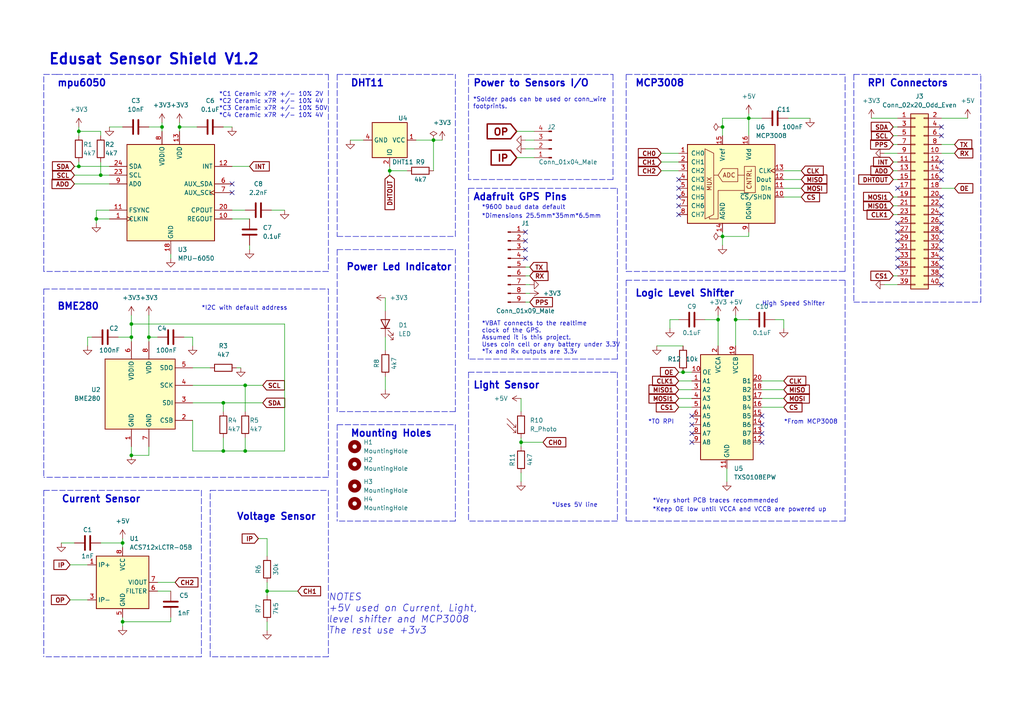
<source format=kicad_sch>
(kicad_sch (version 20211123) (generator eeschema)
  (paper "A4")
  (title_block (title "Edusat Sensor Unit Shield") (date "2023-01-25") (rev "V1.2") (company "Omarichet") (comment 1 "This particular design makes use of MCP008 for analog signal reception."))
  (lib_symbols
    (symbol "Analog_ADC:MCP3008" (pin_names (offset 1.016))
      (property "Reference" "U" (at -5.08 13.335 0))
      (property "Value" "MCP3008" (at -5.08 11.43 0))
      (symbol "MCP3008_0_0"
        (text "ADC" (at -0.635 1.27 0) (effects (font (size 1.27 1.27))))
        (text "CNTRL" (at 5.969 -2.921 900) (effects (font (size 1.27 1.27)) (justify left bottom)))
        (text "MUX" (at -6.35 -1.27 900) (effects (font (size 1.27 1.27))))
      )
      (symbol "MCP3008_1_1"
        (pin input line (at -15.24 7.62 0) (length 2.54) (name "CH0") (number "1"))
        (pin input line (at 15.24 -5.08 180) (length 2.54) (name "~{CS}/SHDN") (number "10"))
        (pin input line (at 15.24 -2.54 180) (length 2.54) (name "Din") (number "11"))
        (pin output line (at 15.24 0 180) (length 2.54) (name "Dout") (number "12"))
        (pin input clock (at 15.24 2.54 180) (length 2.54) (name "CLK") (number "13"))
        (pin power_in line (at -2.54 -15.24 90) (length 2.54) (name "AGND") (number "14"))
        (pin power_in line (at -2.54 12.7 270) (length 2.54) (name "Vref") (number "15"))
        (pin power_in line (at 5.08 12.7 270) (length 2.54) (name "Vdd") (number "16"))
        (pin input line (at -15.24 5.08 0) (length 2.54) (name "CH1") (number "2"))
        (pin input line (at -15.24 2.54 0) (length 2.54) (name "CH2") (number "3"))
        (pin input line (at -15.24 0 0) (length 2.54) (name "CH3") (number "4"))
        (pin input line (at -15.24 -2.54 0) (length 2.54) (name "CH4") (number "5"))
        (pin input line (at -15.24 -5.08 0) (length 2.54) (name "CH5") (number "6"))
        (pin input line (at -15.24 -7.62 0) (length 2.54) (name "CH6") (number "7"))
        (pin input line (at -15.24 -10.16 0) (length 2.54) (name "CH7") (number "8"))
        (pin power_in line (at 5.08 -15.24 90) (length 2.54) (name "DGND") (number "9"))
      )
    )
    (symbol "Connector:Conn_01x04_Male" (pin_names (offset 1.016) hide)
      (property "Reference" "J" (at 0 5.08 0))
      (property "Value" "Conn_01x04_Male" (at 0 -7.62 0))
      (symbol "Conn_01x04_Male_1_1"
        (pin passive line (at 5.08 2.54 180) (length 3.81) (name "Pin_1") (number "1"))
        (pin passive line (at 5.08 0 180) (length 3.81) (name "Pin_2") (number "2"))
        (pin passive line (at 5.08 -2.54 180) (length 3.81) (name "Pin_3") (number "3"))
        (pin passive line (at 5.08 -5.08 180) (length 3.81) (name "Pin_4") (number "4"))
      )
    )
    (symbol "Connector:Conn_01x09_Male" (pin_names (offset 1.016) hide)
      (property "Reference" "J" (at 0 12.7 0))
      (property "Value" "Conn_01x09_Male" (at 0 -12.7 0))
      (symbol "Conn_01x09_Male_1_1"
        (pin passive line (at 5.08 10.16 180) (length 3.81) (name "Pin_1") (number "1"))
        (pin passive line (at 5.08 7.62 180) (length 3.81) (name "Pin_2") (number "2"))
        (pin passive line (at 5.08 5.08 180) (length 3.81) (name "Pin_3") (number "3"))
        (pin passive line (at 5.08 2.54 180) (length 3.81) (name "Pin_4") (number "4"))
        (pin passive line (at 5.08 0 180) (length 3.81) (name "Pin_5") (number "5"))
        (pin passive line (at 5.08 -2.54 180) (length 3.81) (name "Pin_6") (number "6"))
        (pin passive line (at 5.08 -5.08 180) (length 3.81) (name "Pin_7") (number "7"))
        (pin passive line (at 5.08 -7.62 180) (length 3.81) (name "Pin_8") (number "8"))
        (pin passive line (at 5.08 -10.16 180) (length 3.81) (name "Pin_9") (number "9"))
      )
    )
    (symbol "Connector_Generic:Conn_02x20_Odd_Even" (pin_names (offset 1.016) hide)
      (property "Reference" "J" (at 1.27 25.4 0))
      (property "Value" "Conn_02x20_Odd_Even" (at 1.27 -27.94 0))
      (symbol "Conn_02x20_Odd_Even_1_1"
        (pin passive line (at -5.08 22.86 0) (length 3.81) (name "Pin_1") (number "1"))
        (pin passive line (at 7.62 12.7 180) (length 3.81) (name "Pin_10") (number "10"))
        (pin passive line (at -5.08 10.16 0) (length 3.81) (name "Pin_11") (number "11"))
        (pin passive line (at 7.62 10.16 180) (length 3.81) (name "Pin_12") (number "12"))
        (pin passive line (at -5.08 7.62 0) (length 3.81) (name "Pin_13") (number "13"))
        (pin passive line (at 7.62 7.62 180) (length 3.81) (name "Pin_14") (number "14"))
        (pin passive line (at -5.08 5.08 0) (length 3.81) (name "Pin_15") (number "15"))
        (pin passive line (at 7.62 5.08 180) (length 3.81) (name "Pin_16") (number "16"))
        (pin passive line (at -5.08 2.54 0) (length 3.81) (name "Pin_17") (number "17"))
        (pin passive line (at 7.62 2.54 180) (length 3.81) (name "Pin_18") (number "18"))
        (pin passive line (at -5.08 0 0) (length 3.81) (name "Pin_19") (number "19"))
        (pin passive line (at 7.62 22.86 180) (length 3.81) (name "Pin_2") (number "2"))
        (pin passive line (at 7.62 0 180) (length 3.81) (name "Pin_20") (number "20"))
        (pin passive line (at -5.08 -2.54 0) (length 3.81) (name "Pin_21") (number "21"))
        (pin passive line (at 7.62 -2.54 180) (length 3.81) (name "Pin_22") (number "22"))
        (pin passive line (at -5.08 -5.08 0) (length 3.81) (name "Pin_23") (number "23"))
        (pin passive line (at 7.62 -5.08 180) (length 3.81) (name "Pin_24") (number "24"))
        (pin passive line (at -5.08 -7.62 0) (length 3.81) (name "Pin_25") (number "25"))
        (pin passive line (at 7.62 -7.62 180) (length 3.81) (name "Pin_26") (number "26"))
        (pin passive line (at -5.08 -10.16 0) (length 3.81) (name "Pin_27") (number "27"))
        (pin passive line (at 7.62 -10.16 180) (length 3.81) (name "Pin_28") (number "28"))
        (pin passive line (at -5.08 -12.7 0) (length 3.81) (name "Pin_29") (number "29"))
        (pin passive line (at -5.08 20.32 0) (length 3.81) (name "Pin_3") (number "3"))
        (pin passive line (at 7.62 -12.7 180) (length 3.81) (name "Pin_30") (number "30"))
        (pin passive line (at -5.08 -15.24 0) (length 3.81) (name "Pin_31") (number "31"))
        (pin passive line (at 7.62 -15.24 180) (length 3.81) (name "Pin_32") (number "32"))
        (pin passive line (at -5.08 -17.78 0) (length 3.81) (name "Pin_33") (number "33"))
        (pin passive line (at 7.62 -17.78 180) (length 3.81) (name "Pin_34") (number "34"))
        (pin passive line (at -5.08 -20.32 0) (length 3.81) (name "Pin_35") (number "35"))
        (pin passive line (at 7.62 -20.32 180) (length 3.81) (name "Pin_36") (number "36"))
        (pin passive line (at -5.08 -22.86 0) (length 3.81) (name "Pin_37") (number "37"))
        (pin passive line (at 7.62 -22.86 180) (length 3.81) (name "Pin_38") (number "38"))
        (pin passive line (at -5.08 -25.4 0) (length 3.81) (name "Pin_39") (number "39"))
        (pin passive line (at 7.62 20.32 180) (length 3.81) (name "Pin_4") (number "4"))
        (pin passive line (at 7.62 -25.4 180) (length 3.81) (name "Pin_40") (number "40"))
        (pin passive line (at -5.08 17.78 0) (length 3.81) (name "Pin_5") (number "5"))
        (pin passive line (at 7.62 17.78 180) (length 3.81) (name "Pin_6") (number "6"))
        (pin passive line (at -5.08 15.24 0) (length 3.81) (name "Pin_7") (number "7"))
        (pin passive line (at 7.62 15.24 180) (length 3.81) (name "Pin_8") (number "8"))
        (pin passive line (at -5.08 12.7 0) (length 3.81) (name "Pin_9") (number "9"))
      )
    )
    (symbol "Device:C" (pin_numbers hide) (pin_names (offset 0.254))
      (property "Reference" "C" (at 0.635 2.54 0))
      (property "Value" "C" (at 0.635 -2.54 0))
      (symbol "C_1_1"
        (pin passive line (at 0 3.81 270) (length 2.794) (name "~") (number "1"))
        (pin passive line (at 0 -3.81 90) (length 2.794) (name "~") (number "2"))
      )
    )
    (symbol "Device:LED" (pin_numbers hide) (pin_names (offset 1.016) hide)
      (property "Reference" "D" (at 0 2.54 0))
      (property "Value" "LED" (at 0 -2.54 0))
      (symbol "LED_1_1"
        (pin passive line (at -3.81 0 0) (length 2.54) (name "K") (number "1"))
        (pin passive line (at 3.81 0 180) (length 2.54) (name "A") (number "2"))
      )
    )
    (symbol "Device:R" (pin_numbers hide) (pin_names (offset 0))
      (property "Reference" "R" (at 2.032 0 90))
      (property "Value" "R" (at 0 0 90))
      (symbol "R_1_1"
        (pin passive line (at 0 3.81 270) (length 1.27) (name "~") (number "1"))
        (pin passive line (at 0 -3.81 90) (length 1.27) (name "~") (number "2"))
      )
    )
    (symbol "Device:R_Photo" (pin_numbers hide) (pin_names (offset 0))
      (property "Reference" "R" (at 1.27 1.27 0))
      (property "Value" "R_Photo" (at 1.27 0 0))
      (symbol "R_Photo_1_1"
        (pin passive line (at 0 3.81 270) (length 1.27) (name "~") (number "1"))
        (pin passive line (at 0 -3.81 90) (length 1.27) (name "~") (number "2"))
      )
    )
    (symbol "Logic_LevelTranslator:TXS0108EPW"
      (property "Reference" "U" (at -6.35 16.51 0))
      (property "Value" "TXS0108EPW" (at 3.81 16.51 0))
      (symbol "TXS0108EPW_1_1"
        (pin bidirectional line (at -10.16 7.62 0) (length 2.54) (name "A1") (number "1"))
        (pin input line (at -10.16 10.16 0) (length 2.54) (name "OE") (number "10"))
        (pin power_in line (at 0 -17.78 90) (length 2.54) (name "GND") (number "11"))
        (pin bidirectional line (at 10.16 -10.16 180) (length 2.54) (name "B8") (number "12"))
        (pin bidirectional line (at 10.16 -7.62 180) (length 2.54) (name "B7") (number "13"))
        (pin bidirectional line (at 10.16 -5.08 180) (length 2.54) (name "B6") (number "14"))
        (pin bidirectional line (at 10.16 -2.54 180) (length 2.54) (name "B5") (number "15"))
        (pin bidirectional line (at 10.16 0 180) (length 2.54) (name "B4") (number "16"))
        (pin bidirectional line (at 10.16 2.54 180) (length 2.54) (name "B3") (number "17"))
        (pin bidirectional line (at 10.16 5.08 180) (length 2.54) (name "B2") (number "18"))
        (pin power_in line (at 2.54 17.78 270) (length 2.54) (name "VCCB") (number "19"))
        (pin power_in line (at -2.54 17.78 270) (length 2.54) (name "VCCA") (number "2"))
        (pin bidirectional line (at 10.16 7.62 180) (length 2.54) (name "B1") (number "20"))
        (pin bidirectional line (at -10.16 5.08 0) (length 2.54) (name "A2") (number "3"))
        (pin bidirectional line (at -10.16 2.54 0) (length 2.54) (name "A3") (number "4"))
        (pin bidirectional line (at -10.16 0 0) (length 2.54) (name "A4") (number "5"))
        (pin bidirectional line (at -10.16 -2.54 0) (length 2.54) (name "A5") (number "6"))
        (pin bidirectional line (at -10.16 -5.08 0) (length 2.54) (name "A6") (number "7"))
        (pin bidirectional line (at -10.16 -7.62 0) (length 2.54) (name "A7") (number "8"))
        (pin bidirectional line (at -10.16 -10.16 0) (length 2.54) (name "A8") (number "9"))
      )
    )
    (symbol "Mechanical:MountingHole" (pin_names (offset 1.016))
      (property "Reference" "H" (at 0 5.08 0))
      (property "Value" "MountingHole" (at 0 3.175 0))
    )
    (symbol "Sensor:BME280"
      (property "Reference" "U" (at -8.89 11.43 0))
      (property "Value" "BME280" (at 7.62 11.43 0))
      (symbol "BME280_1_1"
        (pin power_in line (at -2.54 -15.24 90) (length 5.08) (name "GND") (number "1"))
        (pin input line (at 15.24 -7.62 180) (length 5.08) (name "CSB") (number "2"))
        (pin bidirectional line (at 15.24 -2.54 180) (length 5.08) (name "SDI") (number "3"))
        (pin input line (at 15.24 2.54 180) (length 5.08) (name "SCK") (number "4"))
        (pin bidirectional line (at 15.24 7.62 180) (length 5.08) (name "SDO") (number "5"))
        (pin power_in line (at -2.54 15.24 270) (length 5.08) (name "VDDIO") (number "6"))
        (pin power_in line (at 2.54 -15.24 90) (length 5.08) (name "GND") (number "7"))
        (pin power_in line (at 2.54 15.24 270) (length 5.08) (name "VDD") (number "8"))
      )
    )
    (symbol "Sensor:DHT11"
      (property "Reference" "U" (at -3.81 6.35 0))
      (property "Value" "DHT11" (at 3.81 6.35 0))
      (symbol "DHT11_1_1"
        (pin power_in line (at 0 7.62 270) (length 2.54) (name "VCC") (number "1"))
        (pin bidirectional line (at 7.62 0 180) (length 2.54) (name "IO") (number "2"))
        (pin no_connect line (at -5.08 0 0) (length 2.54) hide (name "NC") (number "3"))
        (pin power_in line (at 0 -7.62 90) (length 2.54) (name "GND") (number "4"))
      )
    )
    (symbol "Sensor_Current:ACS712xLCTR-05B"
      (property "Reference" "U" (at 2.54 11.43 0))
      (property "Value" "ACS712xLCTR-05B" (at 2.54 8.89 0))
      (symbol "ACS712xLCTR-05B_1_1"
        (pin passive line (at -10.16 5.08 0) (length 2.54) (name "IP+") (number "1"))
        (pin passive line (at -10.16 5.08 0) (length 2.54) hide (name "IP+") (number "2"))
        (pin passive line (at -10.16 -5.08 0) (length 2.54) (name "IP-") (number "3"))
        (pin passive line (at -10.16 -5.08 0) (length 2.54) hide (name "IP-") (number "4"))
        (pin power_in line (at 0 -10.16 90) (length 2.54) (name "GND") (number "5"))
        (pin passive line (at 10.16 -2.54 180) (length 2.54) (name "FILTER") (number "6"))
        (pin output line (at 10.16 0 180) (length 2.54) (name "VIOUT") (number "7"))
        (pin power_in line (at 0 10.16 270) (length 2.54) (name "VCC") (number "8"))
      )
    )
    (symbol "Sensor_Motion:MPU-6050"
      (property "Reference" "U" (at -11.43 13.97 0))
      (property "Value" "MPU-6050" (at 7.62 -15.24 0))
      (symbol "MPU-6050_0_0"
        (text "" (at 12.7 -2.54 0) (effects (font (size 1.27 1.27))))
      )
      (symbol "MPU-6050_1_1"
        (pin input clock (at -17.78 -7.62 0) (length 5.08) (name "CLKIN") (number "1"))
        (pin passive line (at 17.78 -7.62 180) (length 5.08) (name "REGOUT") (number "10"))
        (pin input line (at -17.78 -5.08 0) (length 5.08) (name "FSYNC") (number "11"))
        (pin output line (at 17.78 7.62 180) (length 5.08) (name "INT") (number "12"))
        (pin power_in line (at 2.54 17.78 270) (length 3.81) (name "VDD") (number "13"))
        (pin no_connect line (at -12.7 -10.16 0) (length 2.54) hide (name "NC") (number "14"))
        (pin no_connect line (at 12.7 12.7 180) (length 2.54) hide (name "NC") (number "15"))
        (pin no_connect line (at 12.7 10.16 180) (length 2.54) hide (name "NC") (number "16"))
        (pin no_connect line (at 12.7 5.08 180) (length 2.54) hide (name "NC") (number "17"))
        (pin power_in line (at 0 -17.78 90) (length 3.81) (name "GND") (number "18"))
        (pin no_connect line (at 12.7 -10.16 180) (length 2.54) hide (name "NC") (number "19"))
        (pin no_connect line (at -12.7 12.7 0) (length 2.54) hide (name "NC") (number "2"))
        (pin passive line (at 17.78 -5.08 180) (length 5.08) (name "CPOUT") (number "20"))
        (pin no_connect line (at 12.7 -2.54 180) (length 2.54) hide (name "NC") (number "21"))
        (pin no_connect line (at 12.7 -12.7 180) (length 2.54) hide (name "NC") (number "22"))
        (pin input line (at -17.78 5.08 0) (length 5.08) (name "SCL") (number "23"))
        (pin bidirectional line (at -17.78 7.62 0) (length 5.08) (name "SDA") (number "24"))
        (pin no_connect line (at -12.7 10.16 0) (length 2.54) hide (name "NC") (number "3"))
        (pin no_connect line (at -12.7 0 0) (length 2.54) hide (name "NC") (number "4"))
        (pin no_connect line (at -12.7 -2.54 0) (length 2.54) hide (name "NC") (number "5"))
        (pin bidirectional line (at 17.78 2.54 180) (length 5.08) (name "AUX_SDA") (number "6"))
        (pin output clock (at 17.78 0 180) (length 5.08) (name "AUX_SCL") (number "7"))
        (pin power_in line (at -2.54 17.78 270) (length 3.81) (name "VDDIO") (number "8"))
        (pin input line (at -17.78 2.54 0) (length 5.08) (name "AD0") (number "9"))
      )
    )
    (symbol "power:+3V3" (power) (pin_names (offset 0))
      (property "Value" "+3V3" (at 0 3.556 0))
      (symbol "+3V3_1_1"
        (pin power_in line (at 0 0 90) (length 0) hide (name "+3V3") (number "1"))
      )
    )
    (symbol "power:+5V" (power) (pin_names (offset 0))
      (property "Value" "+5V" (at 0 3.556 0))
      (symbol "+5V_1_1"
        (pin power_in line (at 0 0 90) (length 0) hide (name "+5V") (number "1"))
      )
    )
    (symbol "power:GND" (power) (pin_names (offset 0))
      (property "Value" "GND" (at 0 -3.81 0))
      (symbol "GND_1_1"
        (pin power_in line (at 0 0 270) (length 0) hide (name "GND") (number "1"))
      )
    )
    (symbol "power:PWR_FLAG" (power) (pin_numbers hide) (pin_names (offset 0) hide)
      (property "Value" "PWR_FLAG" (at 0 3.81 0))
      (symbol "PWR_FLAG_0_0"
        (pin power_out line (at 0 0 90) (length 0) (name "pwr") (number "1"))
      )
    )
  )
  (junction (at 64.77 130.81))
  (junction (at 208.28 92.71))
  (junction (at 22.86 48.26))
  (junction (at 29.21 50.8))
  (junction (at 38.1 132.08))
  (junction (at 77.47 171.45))
  (junction (at 43.18 97.79))
  (junction (at 35.56 180.34))
  (junction (at 27.94 63.5))
  (junction (at 71.12 130.81))
  (junction (at 151.13 128.27))
  (junction (at 209.55 68.58))
  (junction (at 198.12 107.95))
  (junction (at 22.86 38.1))
  (junction (at 52.07 36.83))
  (junction (at 213.36 92.71))
  (junction (at 38.1 93.98))
  (junction (at 217.17 34.29))
  (junction (at 38.1 97.79))
  (junction (at 35.56 157.48))
  (junction (at 71.12 111.76))
  (junction (at 209.55 36.83))
  (junction (at 64.77 116.84))
  (junction (at 46.99 36.83))
  (junction (at 125.73 40.64))
  (junction (at 113.03 49.53))
  (no_connect (at 67.31 53.34))
  (no_connect (at 67.31 55.88))
  (no_connect (at 220.98 120.65))
  (no_connect (at 220.98 128.27))
  (no_connect (at 220.98 125.73))
  (no_connect (at 220.98 123.19))
  (no_connect (at 200.66 123.19))
  (no_connect (at 200.66 128.27))
  (no_connect (at 200.66 125.73))
  (no_connect (at 200.66 120.65))
  (no_connect (at 152.4 67.31))
  (no_connect (at 152.4 69.85))
  (no_connect (at 152.4 72.39))
  (no_connect (at 152.4 74.93))
  (no_connect (at 260.35 54.61))
  (no_connect (at 273.05 36.83))
  (no_connect (at 273.05 39.37))
  (no_connect (at 273.05 46.99))
  (no_connect (at 273.05 49.53))
  (no_connect (at 273.05 52.07))
  (no_connect (at 260.35 67.31))
  (no_connect (at 260.35 64.77))
  (no_connect (at 273.05 57.15))
  (no_connect (at 273.05 59.69))
  (no_connect (at 273.05 62.23))
  (no_connect (at 273.05 64.77))
  (no_connect (at 273.05 67.31))
  (no_connect (at 273.05 69.85))
  (no_connect (at 273.05 72.39))
  (no_connect (at 273.05 74.93))
  (no_connect (at 273.05 77.47))
  (no_connect (at 273.05 80.01))
  (no_connect (at 273.05 82.55))
  (no_connect (at 260.35 77.47))
  (no_connect (at 260.35 74.93))
  (no_connect (at 260.35 72.39))
  (no_connect (at 260.35 69.85))
  (no_connect (at 196.85 52.07))
  (no_connect (at 196.85 54.61))
  (no_connect (at 196.85 62.23))
  (no_connect (at 196.85 57.15))
  (no_connect (at 196.85 59.69))
  (wire (pts (xy 29.21 39.37) (xy 29.21 38.1)))
  (wire (pts (xy 45.72 168.91) (xy 50.8 168.91)))
  (wire (pts (xy 67.31 60.96) (xy 71.12 60.96)))
  (polyline (pts (xy 132.08 68.58) (xy 132.08 21.59)))
  (wire (pts (xy 194.31 92.71) (xy 196.85 92.71)))
  (wire (pts (xy 43.18 132.08) (xy 38.1 132.08)))
  (wire (pts (xy 151.13 127) (xy 151.13 128.27)))
  (wire (pts (xy 120.65 40.64) (xy 125.73 40.64)))
  (wire (pts (xy 71.12 111.76) (xy 71.12 119.38)))
  (wire (pts (xy 153.67 77.47) (xy 152.4 77.47)))
  (wire (pts (xy 35.56 180.34) (xy 35.56 181.61)))
  (wire (pts (xy 259.08 59.69) (xy 260.35 59.69)))
  (polyline (pts (xy 177.8 21.59) (xy 177.8 52.07)))
  (wire (pts (xy 151.13 128.27) (xy 157.48 128.27)))
  (polyline (pts (xy 12.7 83.82) (xy 12.7 138.43)))
  (wire (pts (xy 38.1 93.98) (xy 38.1 97.79)))
  (wire (pts (xy 55.88 116.84) (xy 64.77 116.84)))
  (wire (pts (xy 209.55 34.29) (xy 217.17 34.29)))
  (wire (pts (xy 113.03 48.26) (xy 113.03 49.53)))
  (wire (pts (xy 72.39 71.12) (xy 72.39 72.39)))
  (wire (pts (xy 191.77 44.45) (xy 196.85 44.45)))
  (polyline (pts (xy 181.61 81.28) (xy 245.11 81.28)))
  (polyline (pts (xy 95.25 78.74) (xy 12.7 78.74)))
  (wire (pts (xy 71.12 130.81) (xy 82.55 130.81)))
  (wire (pts (xy 43.18 97.79) (xy 45.72 97.79)))
  (wire (pts (xy 209.55 68.58) (xy 209.55 71.12)))
  (wire (pts (xy 228.6 34.29) (xy 234.95 34.29)))
  (wire (pts (xy 224.79 92.71) (xy 227.33 92.71)))
  (polyline (pts (xy 97.79 72.39) (xy 97.79 119.38)))
  (wire (pts (xy 55.88 130.81) (xy 64.77 130.81)))
  (wire (pts (xy 55.88 97.79) (xy 53.34 97.79)))
  (wire (pts (xy 227.33 92.71) (xy 227.33 95.25)))
  (polyline (pts (xy 245.11 21.59) (xy 181.61 21.59)))
  (polyline (pts (xy 247.65 21.59) (xy 284.48 21.59)))
  (wire (pts (xy 27.94 60.96) (xy 31.75 60.96)))
  (wire (pts (xy 22.86 36.83) (xy 22.86 38.1)))
  (wire (pts (xy 21.59 53.34) (xy 31.75 53.34)))
  (wire (pts (xy 35.56 157.48) (xy 35.56 158.75)))
  (wire (pts (xy 111.76 97.79) (xy 111.76 101.6)))
  (polyline (pts (xy 179.07 107.95) (xy 179.07 151.13)))
  (wire (pts (xy 152.4 82.55) (xy 153.67 82.55)))
  (wire (pts (xy 27.94 63.5) (xy 27.94 60.96)))
  (wire (pts (xy 196.85 118.11) (xy 200.66 118.11)))
  (wire (pts (xy 111.76 86.36) (xy 111.76 90.17)))
  (wire (pts (xy 259.08 36.83) (xy 260.35 36.83)))
  (wire (pts (xy 35.56 179.07) (xy 35.56 180.34)))
  (wire (pts (xy 259.08 57.15) (xy 260.35 57.15)))
  (polyline (pts (xy 97.79 21.59) (xy 97.79 68.58)))
  (polyline (pts (xy 132.08 72.39) (xy 132.08 119.38)))
  (wire (pts (xy 227.33 52.07) (xy 232.41 52.07)))
  (wire (pts (xy 259.08 46.99) (xy 260.35 46.99)))
  (wire (pts (xy 208.28 92.71) (xy 208.28 100.33)))
  (wire (pts (xy 71.12 127) (xy 71.12 130.81)))
  (polyline (pts (xy 12.7 21.59) (xy 16.51 21.59)))
  (wire (pts (xy 35.56 180.34) (xy 49.53 180.34)))
  (wire (pts (xy 209.55 68.58) (xy 217.17 68.58)))
  (wire (pts (xy 17.78 157.48) (xy 21.59 157.48)))
  (polyline (pts (xy 58.42 142.24) (xy 58.42 190.5)))
  (polyline (pts (xy 135.89 21.59) (xy 177.8 21.59)))
  (wire (pts (xy 259.08 62.23) (xy 260.35 62.23)))
  (wire (pts (xy 68.58 106.68) (xy 69.85 106.68)))
  (wire (pts (xy 208.28 91.44) (xy 208.28 92.71)))
  (wire (pts (xy 259.08 52.07) (xy 260.35 52.07)))
  (wire (pts (xy 55.88 106.68) (xy 60.96 106.68)))
  (wire (pts (xy 191.77 46.99) (xy 196.85 46.99)))
  (wire (pts (xy 273.05 41.91) (xy 276.86 41.91)))
  (wire (pts (xy 198.12 107.95) (xy 200.66 107.95)))
  (wire (pts (xy 38.1 129.54) (xy 38.1 132.08)))
  (polyline (pts (xy 181.61 21.59) (xy 181.61 78.74)))
  (wire (pts (xy 209.55 36.83) (xy 209.55 34.29)))
  (wire (pts (xy 227.33 57.15) (xy 232.41 57.15)))
  (wire (pts (xy 22.86 38.1) (xy 22.86 39.37)))
  (wire (pts (xy 74.93 156.21) (xy 77.47 156.21)))
  (wire (pts (xy 220.98 118.11) (xy 227.33 118.11)))
  (wire (pts (xy 151.13 115.57) (xy 151.13 119.38)))
  (wire (pts (xy 217.17 34.29) (xy 217.17 39.37)))
  (polyline (pts (xy 247.65 87.63) (xy 284.48 87.63)))
  (polyline (pts (xy 12.7 142.24) (xy 58.42 142.24)))
  (wire (pts (xy 220.98 110.49) (xy 227.33 110.49)))
  (wire (pts (xy 27.94 64.77) (xy 27.94 63.5)))
  (wire (pts (xy 43.18 129.54) (xy 43.18 132.08)))
  (polyline (pts (xy 12.7 78.74) (xy 12.7 21.59)))
  (polyline (pts (xy 132.08 119.38) (xy 97.79 119.38)))
  (wire (pts (xy 152.4 87.63) (xy 153.67 87.63)))
  (wire (pts (xy 149.86 38.1) (xy 154.94 38.1)))
  (polyline (pts (xy 245.11 151.13) (xy 181.61 151.13)))
  (wire (pts (xy 259.08 41.91) (xy 260.35 41.91)))
  (wire (pts (xy 67.31 63.5) (xy 72.39 63.5)))
  (polyline (pts (xy 179.07 54.61) (xy 179.07 104.14)))
  (wire (pts (xy 21.59 50.8) (xy 29.21 50.8)))
  (wire (pts (xy 31.75 36.83) (xy 35.56 36.83)))
  (polyline (pts (xy 97.79 72.39) (xy 132.08 72.39)))
  (wire (pts (xy 111.76 109.22) (xy 111.76 113.03)))
  (wire (pts (xy 252.73 34.29) (xy 260.35 34.29)))
  (wire (pts (xy 152.4 85.09) (xy 153.67 85.09)))
  (polyline (pts (xy 132.08 151.13) (xy 97.79 151.13)))
  (wire (pts (xy 149.86 45.72) (xy 154.94 45.72)))
  (wire (pts (xy 77.47 168.91) (xy 77.47 171.45)))
  (wire (pts (xy 196.85 115.57) (xy 200.66 115.57)))
  (wire (pts (xy 55.88 111.76) (xy 71.12 111.76)))
  (wire (pts (xy 125.73 40.64) (xy 125.73 49.53)))
  (polyline (pts (xy 97.79 123.19) (xy 132.08 123.19)))
  (polyline (pts (xy 245.11 78.74) (xy 245.11 21.59)))
  (wire (pts (xy 152.4 43.18) (xy 154.94 43.18)))
  (polyline (pts (xy 177.8 52.07) (xy 135.89 52.07)))
  (wire (pts (xy 191.77 49.53) (xy 196.85 49.53)))
  (wire (pts (xy 101.6 40.64) (xy 105.41 40.64)))
  (wire (pts (xy 217.17 33.02) (xy 217.17 34.29)))
  (wire (pts (xy 20.32 163.83) (xy 25.4 163.83)))
  (wire (pts (xy 259.08 80.01) (xy 260.35 80.01)))
  (wire (pts (xy 77.47 171.45) (xy 77.47 172.72)))
  (polyline (pts (xy 135.89 54.61) (xy 135.89 104.14)))
  (wire (pts (xy 64.77 116.84) (xy 64.77 119.38)))
  (wire (pts (xy 45.72 171.45) (xy 49.53 171.45)))
  (polyline (pts (xy 284.48 87.63) (xy 284.48 21.59)))
  (wire (pts (xy 213.36 92.71) (xy 213.36 100.33)))
  (wire (pts (xy 67.31 48.26) (xy 72.39 48.26)))
  (wire (pts (xy 209.55 39.37) (xy 209.55 36.83)))
  (wire (pts (xy 220.98 113.03) (xy 227.33 113.03)))
  (polyline (pts (xy 181.61 78.74) (xy 245.11 78.74)))
  (wire (pts (xy 196.85 107.95) (xy 198.12 107.95)))
  (wire (pts (xy 209.55 67.31) (xy 209.55 68.58)))
  (wire (pts (xy 43.18 97.79) (xy 43.18 99.06)))
  (wire (pts (xy 194.31 95.25) (xy 194.31 92.71)))
  (wire (pts (xy 256.54 82.55) (xy 260.35 82.55)))
  (wire (pts (xy 29.21 157.48) (xy 35.56 157.48)))
  (wire (pts (xy 153.67 80.01) (xy 152.4 80.01)))
  (wire (pts (xy 227.33 54.61) (xy 232.41 54.61)))
  (polyline (pts (xy 179.07 151.13) (xy 135.89 151.13)))
  (polyline (pts (xy 135.89 54.61) (xy 179.07 54.61)))
  (wire (pts (xy 49.53 73.66) (xy 49.53 74.93)))
  (wire (pts (xy 55.88 100.33) (xy 55.88 97.79)))
  (polyline (pts (xy 245.11 81.28) (xy 245.11 151.13)))
  (wire (pts (xy 77.47 180.34) (xy 77.47 182.88)))
  (wire (pts (xy 213.36 91.44) (xy 213.36 92.71)))
  (wire (pts (xy 22.86 46.99) (xy 22.86 48.26)))
  (wire (pts (xy 64.77 36.83) (xy 67.31 36.83)))
  (wire (pts (xy 29.21 50.8) (xy 31.75 50.8)))
  (polyline (pts (xy 95.25 142.24) (xy 95.25 190.5)))
  (wire (pts (xy 52.07 36.83) (xy 57.15 36.83)))
  (wire (pts (xy 259.08 39.37) (xy 260.35 39.37)))
  (polyline (pts (xy 135.89 107.95) (xy 179.07 107.95)))
  (wire (pts (xy 113.03 49.53) (xy 118.11 49.53)))
  (polyline (pts (xy 97.79 68.58) (xy 132.08 68.58)))
  (wire (pts (xy 25.4 100.33) (xy 25.4 97.79)))
  (wire (pts (xy 78.74 60.96) (xy 82.55 60.96)))
  (polyline (pts (xy 97.79 21.59) (xy 132.08 21.59)))
  (polyline (pts (xy 95.25 21.59) (xy 95.25 78.74)))
  (wire (pts (xy 35.56 156.21) (xy 35.56 157.48)))
  (wire (pts (xy 217.17 68.58) (xy 217.17 67.31)))
  (wire (pts (xy 217.17 34.29) (xy 220.98 34.29)))
  (wire (pts (xy 273.05 44.45) (xy 276.86 44.45)))
  (polyline (pts (xy 95.25 83.82) (xy 95.25 138.43)))
  (wire (pts (xy 125.73 40.64) (xy 128.27 40.64)))
  (polyline (pts (xy 132.08 123.19) (xy 132.08 151.13)))
  (wire (pts (xy 43.18 36.83) (xy 46.99 36.83)))
  (polyline (pts (xy 95.25 190.5) (xy 60.96 190.5)))
  (wire (pts (xy 46.99 35.56) (xy 46.99 36.83)))
  (wire (pts (xy 34.29 97.79) (xy 38.1 97.79)))
  (wire (pts (xy 77.47 171.45) (xy 86.36 171.45)))
  (wire (pts (xy 52.07 36.83) (xy 52.07 38.1)))
  (wire (pts (xy 196.85 110.49) (xy 200.66 110.49)))
  (polyline (pts (xy 135.89 107.95) (xy 135.89 151.13)))
  (polyline (pts (xy 135.89 52.07) (xy 135.89 21.59)))
  (wire (pts (xy 77.47 156.21) (xy 77.47 161.29)))
  (wire (pts (xy 220.98 115.57) (xy 227.33 115.57)))
  (wire (pts (xy 52.07 35.56) (xy 52.07 36.83)))
  (wire (pts (xy 190.5 100.33) (xy 198.12 100.33)))
  (polyline (pts (xy 97.79 123.19) (xy 97.79 151.13)))
  (wire (pts (xy 22.86 48.26) (xy 31.75 48.26)))
  (wire (pts (xy 43.18 91.44) (xy 43.18 97.79)))
  (wire (pts (xy 38.1 91.44) (xy 38.1 93.98)))
  (polyline (pts (xy 12.7 83.82) (xy 95.25 83.82)))
  (polyline (pts (xy 58.42 190.5) (xy 12.7 190.5)))
  (wire (pts (xy 196.85 113.03) (xy 200.66 113.03)))
  (wire (pts (xy 64.77 130.81) (xy 71.12 130.81)))
  (wire (pts (xy 38.1 97.79) (xy 38.1 99.06)))
  (wire (pts (xy 213.36 92.71) (xy 217.17 92.71)))
  (wire (pts (xy 20.32 173.99) (xy 25.4 173.99)))
  (wire (pts (xy 49.53 180.34) (xy 49.53 179.07)))
  (wire (pts (xy 27.94 63.5) (xy 31.75 63.5)))
  (polyline (pts (xy 95.25 138.43) (xy 12.7 138.43)))
  (wire (pts (xy 64.77 127) (xy 64.77 130.81)))
  (wire (pts (xy 227.33 49.53) (xy 232.41 49.53)))
  (wire (pts (xy 113.03 49.53) (xy 113.03 50.8)))
  (wire (pts (xy 46.99 36.83) (xy 46.99 38.1)))
  (wire (pts (xy 152.4 40.64) (xy 154.94 40.64)))
  (wire (pts (xy 21.59 48.26) (xy 22.86 48.26)))
  (polyline (pts (xy 247.65 21.59) (xy 247.65 87.63)))
  (wire (pts (xy 64.77 116.84) (xy 76.2 116.84)))
  (wire (pts (xy 71.12 111.76) (xy 76.2 111.76)))
  (polyline (pts (xy 12.7 142.24) (xy 12.7 190.5)))
  (polyline (pts (xy 179.07 104.14) (xy 135.89 104.14)))
  (polyline (pts (xy 181.61 81.28) (xy 181.61 151.13)))
  (wire (pts (xy 204.47 92.71) (xy 208.28 92.71)))
  (wire (pts (xy 151.13 137.16) (xy 151.13 139.7)))
  (wire (pts (xy 259.08 49.53) (xy 260.35 49.53)))
  (wire (pts (xy 273.05 34.29) (xy 280.67 34.29)))
  (wire (pts (xy 210.82 135.89) (xy 210.82 139.7)))
  (wire (pts (xy 29.21 46.99) (xy 29.21 50.8)))
  (wire (pts (xy 38.1 93.98) (xy 82.55 93.98)))
  (polyline (pts (xy 60.96 190.5) (xy 60.96 142.24)))
  (wire (pts (xy 55.88 121.92) (xy 55.88 130.81)))
  (wire (pts (xy 25.4 97.79) (xy 26.67 97.79)))
  (wire (pts (xy 151.13 128.27) (xy 151.13 129.54)))
  (wire (pts (xy 256.54 44.45) (xy 260.35 44.45)))
  (wire (pts (xy 82.55 93.98) (xy 82.55 130.81)))
  (wire (pts (xy 29.21 38.1) (xy 22.86 38.1)))
  (wire (pts (xy 273.05 54.61) (xy 276.86 54.61)))
  (polyline (pts (xy 16.51 21.59) (xy 95.25 21.59)))
  (polyline (pts (xy 60.96 142.24) (xy 95.25 142.24)))
  (text "Voltage Sensor" (at 68.58 151.13 0) (effects (font (size 2 2) bold) (justify left bottom)))
  (text "DHT11" (at 101.6 25.4 0) (effects (font (size 2 2) bold) (justify left bottom)))
  (text "MCP3008" (at 184.15 25.4 0) (effects (font (size 2 2) (thickness 0.4) bold) (justify left bottom)))
  (text "*Keep OE low until VCCA and VCCB are powered up" (at 189.23 148.59 0) (effects (font (size 1.27 1.27)) (justify left bottom)))
  (text "*Dimensions 25.5mm*35mm*6.5mm" (at 139.7 63.5 0) (effects (font (size 1.27 1.27)) (justify left bottom)))
  (text "Power Led Indicator" (at 100.33 78.74 0) (effects (font (size 2 2) (thickness 0.4) bold) (justify left bottom)))
  (text "*9600 baud data default" (at 139.7 60.96 0) (effects (font (size 1.27 1.27)) (justify left bottom)))
  (text "Mounting Holes" (at 101.6 127 0) (effects (font (size 2 2) bold) (justify left bottom)))
  (text "Light Sensor" (at 137.16 113.03 0) (effects (font (size 2 2) (thickness 0.4) bold) (justify left bottom)))
  (text "BME280" (at 16.51 90.17 0) (effects (font (size 2 2) bold) (justify left bottom)))
  (text "RPI Connectors" (at 251.46 25.4 0) (effects (font (size 2 2) bold) (justify left bottom)))
  (text "Edusat Sensor Shield V1.2" (at 13.97 19.05 0) (effects (font (size 3 3) (thickness 0.6) bold) (justify left bottom)))
  (text "*TO RPI" (at 187.96 123.19 0) (effects (font (size 1.27 1.27)) (justify left bottom)))
  (text "Adafruit GPS Pins" (at 137.16 58.42 0) (effects (font (size 2 2) (thickness 0.4) bold) (justify left bottom)))
  (text "*Very short PCB traces recommended" (at 189.23 146.05 0) (effects (font (size 1.27 1.27)) (justify left bottom)))
  (text "Current Sensor" (at 17.78 146.05 0) (effects (font (size 2 2) (thickness 0.4) bold) (justify left bottom)))
  (text "Power to Sensors I/O" (at 137.16 25.4 0) (effects (font (size 2 2) bold) (justify left bottom)))
  (text "*Solder pads can be used or conn_wire\nfootprints." (at 137.16 31.75 0) (effects (font (size 1.27 1.27)) (justify left bottom)))
  (text "*VBAT connects to the realtime \nclock of the GPS. \nAssumed it is this project. \nUses coin cell or any battery under 3.3V\n*Tx and Rx outputs are 3.3v" (at 139.7 102.87 0) (effects (font (size 1.27 1.27)) (justify left bottom)))
  (text "NOTES\n+5V used on Current, Light,\nlevel shifter and MCP3008\nThe rest use +3v3" (at 95.25 184.15 0) (effects (font (size 2 2) italic) (justify left bottom)))
  (text "mpu6050" (at 16.51 25.4 0) (effects (font (size 2 2) bold) (justify left bottom)))
  (text "*Uses 5V line" (at 160.02 147.32 0) (effects (font (size 1.27 1.27)) (justify left bottom)))
  (text "Logic Level Shifter" (at 184.15 86.36 0) (effects (font (size 2 2) bold) (justify left bottom)))
  (text "*C1 Ceramic x7R +/- 10% 2V\n*C2 Ceramic x7R +/- 10% 4V\n*C3 Ceramic x7R +/- 10% 50V\n*C4 Ceramic x7R +/- 10% 4V" (at 63.5 34.29 0) (effects (font (size 1.27 1.27)) (justify left bottom)))
  (text "*From MCP3008" (at 227.33 123.19 0) (effects (font (size 1.27 1.27)) (justify left bottom)))
  (text "High Speed Shifter" (at 220.98 88.9 0) (effects (font (size 1.27 1.27)) (justify left bottom)))
  (text "*I2C with default address" (at 58.42 90.17 0) (effects (font (size 1.27 1.27)) (justify left bottom)))
  (global_label "MISO" (shape input) (at 227.33 113.03 0) (effects (font bold)) (property "Intersheet References" "${INTERSHEET_REFS}" (effects hide)))
  (global_label "SCL" (shape input) (at 259.08 39.37 180) (effects (font bold)) (property "Intersheet References" "${INTERSHEET_REFS}" (effects hide)))
  (global_label "CLK1" (shape input) (at 259.08 62.23 180) (effects (font bold)) (property "Intersheet References" "${INTERSHEET_REFS}" (effects hide)))
  (global_label "CH0" (shape input) (at 191.77 44.45 180) (effects (font bold)) (property "Intersheet References" "${INTERSHEET_REFS}" (effects hide)))
  (global_label "MOSI1" (shape input) (at 196.85 115.57 180) (effects (font bold)) (property "Intersheet References" "${INTERSHEET_REFS}" (effects hide)))
  (global_label "CH0" (shape input) (at 157.48 128.27 0) (effects (font bold)) (property "Intersheet References" "${INTERSHEET_REFS}" (effects hide)))
  (global_label "TX" (shape input) (at 276.86 41.91 0) (effects (font bold)) (property "Intersheet References" "${INTERSHEET_REFS}" (effects hide)))
  (global_label "CH2" (shape input) (at 50.8 168.91 0) (effects (font (thickness 0.254) bold)) (property "Intersheet References" "${INTERSHEET_REFS}" (effects hide)))
  (global_label "MISO" (shape input) (at 232.41 52.07 0) (effects (font bold)) (property "Intersheet References" "${INTERSHEET_REFS}" (effects hide)))
  (global_label "CS1" (shape input) (at 196.85 118.11 180) (effects (font bold)) (property "Intersheet References" "${INTERSHEET_REFS}" (effects hide)))
  (global_label "ADO" (shape input) (at 259.08 49.53 180) (effects (font bold)) (property "Intersheet References" "${INTERSHEET_REFS}" (effects hide)))
  (global_label "MOSI" (shape input) (at 227.33 115.57 0) (effects (font bold)) (property "Intersheet References" "${INTERSHEET_REFS}" (effects hide)))
  (global_label "SCL" (shape input) (at 76.2 111.76 0) (effects (font bold)) (property "Intersheet References" "${INTERSHEET_REFS}" (effects hide)))
  (global_label "IP" (shape input) (at 20.32 163.83 180) (effects (font (thickness 0.254) bold)) (property "Intersheet References" "${INTERSHEET_REFS}" (effects hide)))
  (global_label "INT" (shape input) (at 72.39 48.26 0) (effects (font bold)) (property "Intersheet References" "${INTERSHEET_REFS}" (effects hide)))
  (global_label "OE" (shape input) (at 276.86 54.61 0) (effects (font (thickness 0.254) bold)) (property "Intersheet References" "${INTERSHEET_REFS}" (effects hide)))
  (global_label "CS" (shape input) (at 227.33 118.11 0) (effects (font bold)) (property "Intersheet References" "${INTERSHEET_REFS}" (effects hide)))
  (global_label "DHTOUT" (shape input) (at 259.08 52.07 180) (effects (font (thickness 0.254) bold)) (property "Intersheet References" "${INTERSHEET_REFS}" (effects hide)))
  (global_label "PPS" (shape input) (at 153.67 87.63 0) (effects (font bold)) (property "Intersheet References" "${INTERSHEET_REFS}" (effects hide)))
  (global_label "PPS" (shape input) (at 259.08 41.91 180) (effects (font bold)) (property "Intersheet References" "${INTERSHEET_REFS}" (effects hide)))
  (global_label "IP" (shape input) (at 74.93 156.21 180) (effects (font (thickness 0.254) bold)) (property "Intersheet References" "${INTERSHEET_REFS}" (effects hide)))
  (global_label "IP" (shape input) (at 149.86 45.72 180) (effects (font (size 2 2) bold)) (property "Intersheet References" "${INTERSHEET_REFS}" (effects hide)))
  (global_label "SDA" (shape input) (at 259.08 36.83 180) (effects (font bold)) (property "Intersheet References" "${INTERSHEET_REFS}" (effects hide)))
  (global_label "CH1" (shape input) (at 86.36 171.45 0) (effects (font bold)) (property "Intersheet References" "${INTERSHEET_REFS}" (effects hide)))
  (global_label "RX" (shape input) (at 153.67 80.01 0) (effects (font bold)) (property "Intersheet References" "${INTERSHEET_REFS}" (effects hide)))
  (global_label "DHTOUT" (shape input) (at 113.03 50.8 270) (effects (font (thickness 0.254) bold)) (property "Intersheet References" "${INTERSHEET_REFS}" (effects hide)))
  (global_label "CH2" (shape input) (at 191.77 49.53 180) (effects (font bold)) (property "Intersheet References" "${INTERSHEET_REFS}" (effects hide)))
  (global_label "MOSI" (shape input) (at 232.41 54.61 0) (effects (font bold)) (property "Intersheet References" "${INTERSHEET_REFS}" (effects hide)))
  (global_label "MOSI1" (shape input) (at 259.08 57.15 180) (effects (font bold)) (property "Intersheet References" "${INTERSHEET_REFS}" (effects hide)))
  (global_label "CH1" (shape input) (at 191.77 46.99 180) (effects (font bold)) (property "Intersheet References" "${INTERSHEET_REFS}" (effects hide)))
  (global_label "OE" (shape input) (at 196.85 107.95 180) (effects (font (thickness 0.254) bold)) (property "Intersheet References" "${INTERSHEET_REFS}" (effects hide)))
  (global_label "OP" (shape input) (at 20.32 173.99 180) (effects (font (thickness 0.254) bold)) (property "Intersheet References" "${INTERSHEET_REFS}" (effects hide)))
  (global_label "INT" (shape input) (at 259.08 46.99 180) (effects (font bold)) (property "Intersheet References" "${INTERSHEET_REFS}" (effects hide)))
  (global_label "ADO" (shape input) (at 21.59 53.34 180) (effects (font bold)) (property "Intersheet References" "${INTERSHEET_REFS}" (effects hide)))
  (global_label "MISO1" (shape input) (at 196.85 113.03 180) (effects (font bold)) (property "Intersheet References" "${INTERSHEET_REFS}" (effects hide)))
  (global_label "SDA" (shape input) (at 76.2 116.84 0) (effects (font bold)) (property "Intersheet References" "${INTERSHEET_REFS}" (effects hide)))
  (global_label "CS" (shape input) (at 232.41 57.15 0) (effects (font bold)) (property "Intersheet References" "${INTERSHEET_REFS}" (effects hide)))
  (global_label "RX" (shape input) (at 276.86 44.45 0) (effects (font bold)) (property "Intersheet References" "${INTERSHEET_REFS}" (effects hide)))
  (global_label "CLK1" (shape input) (at 196.85 110.49 180) (effects (font bold)) (property "Intersheet References" "${INTERSHEET_REFS}" (effects hide)))
  (global_label "CLK" (shape input) (at 232.41 49.53 0) (effects (font bold)) (property "Intersheet References" "${INTERSHEET_REFS}" (effects hide)))
  (global_label "SDA" (shape input) (at 21.59 48.26 180) (effects (font bold)) (property "Intersheet References" "${INTERSHEET_REFS}" (effects hide)))
  (global_label "OP" (shape input) (at 149.86 38.1 180) (effects (font (size 2 2) bold)) (property "Intersheet References" "${INTERSHEET_REFS}" (effects hide)))
  (global_label "TX" (shape input) (at 153.67 77.47 0) (effects (font bold)) (property "Intersheet References" "${INTERSHEET_REFS}" (effects hide)))
  (global_label "CLK" (shape input) (at 227.33 110.49 0) (effects (font bold)) (property "Intersheet References" "${INTERSHEET_REFS}" (effects hide)))
  (global_label "MISO1" (shape input) (at 259.08 59.69 180) (effects (font bold)) (property "Intersheet References" "${INTERSHEET_REFS}" (effects hide)))
  (global_label "CS1" (shape input) (at 259.08 80.01 180) (effects (font bold)) (property "Intersheet References" "${INTERSHEET_REFS}" (effects hide)))
  (global_label "SCL" (shape input) (at 21.59 50.8 180) (effects (font bold)) (property "Intersheet References" "${INTERSHEET_REFS}" (effects hide)))
  (symbol (lib_id "Device:C") (at 224.79 34.29 90) (unit 1)
    (property "Reference" "C11" (at 227.33 31.75 90))
    (property "Value" "100nF" (at 229.87 36.83 90))
    (property "Footprint" "Capacitor_SMD:C_0402_1005Metric" (effects hide))
  )
  (symbol (lib_id "power:+3V3") (at 252.73 34.29 0) (unit 1)
    (property "Reference" "#PWR039" (effects hide))
    (property "Value" "+3V3" (at 252.73 29.21 0))
  )
  (symbol (lib_id "Sensor_Current:ACS712xLCTR-05B") (at 35.56 168.91 0) (unit 1)
    (property "Reference" "U1" (at 37.5794 156.21 0) (effects (justify left)))
    (property "Value" "ACS712xLCTR-05B" (at 37.5794 158.75 0) (effects (justify left)))
    (property "Footprint" "Package_SO:SOIC-8_3.9x4.9mm_P1.27mm" (effects hide))
    (property "Datasheet" "http://www.allegromicro.com/~/media/Files/Datasheets/ACS712-Datasheet.ashx?la=en" (effects hide))
  )
  (symbol (lib_id "Analog_ADC:MCP3008") (at 212.09 52.07 0) (unit 1)
    (property "Reference" "U6" (at 219.1894 36.83 0) (effects (justify left)))
    (property "Value" "MCP3008" (at 219.1894 39.37 0) (effects (justify left)))
    (property "Footprint" "Package_DIP:DIP-16_W7.62mm" (effects hide))
    (property "Datasheet" "http://ww1.microchip.com/downloads/en/DeviceDoc/21295d.pdf" (effects hide))
  )
  (symbol (lib_id "Device:C") (at 220.98 92.71 90) (unit 1)
    (property "Reference" "C10" (at 220.98 88.9 90))
    (property "Value" "0.1uF" (at 220.98 96.52 90))
    (property "Footprint" "Capacitor_SMD:C_0603_1608Metric" (effects hide))
  )
  (symbol (lib_id "Device:R") (at 151.13 133.35 180) (unit 1)
    (property "Reference" "R11" (at 148.59 133.35 90))
    (property "Value" "4k7" (at 153.67 133.35 90))
    (property "Footprint" "Resistor_SMD:R_0402_1005Metric" (effects hide))
  )
  (symbol (lib_id "power:+5V") (at 217.17 33.02 0) (unit 1)
    (property "Reference" "#PWR036" (effects hide))
    (property "Value" "+5V" (at 217.17 27.94 0))
  )
  (symbol (lib_id "Device:R") (at 22.86 43.18 180) (unit 1)
    (property "Reference" "R1" (at 24.13 41.91 0) (effects (justify right)))
    (property "Value" "4k7" (at 24.13 44.45 0) (effects (justify right)))
    (property "Footprint" "Resistor_SMD:R_0402_1005Metric" (effects hide))
  )
  (symbol (lib_id "power:+3V3") (at 128.27 40.64 0) (unit 1)
    (property "Reference" "#PWR023" (effects hide))
    (property "Value" "+3V3" (at 128.27 35.56 0))
  )
  (symbol (lib_id "power:GND") (at 234.95 34.29 0) (unit 1)
    (property "Reference" "#PWR038" (effects hide))
    (property "Value" "GND" (effects hide))
  )
  (symbol (lib_id "Mechanical:MountingHole") (at 102.87 146.05 0) (unit 1)
    (property "Reference" "H4" (at 105.41 144.7799 0) (effects (justify left)))
    (property "Value" "MountingHole" (at 105.41 147.3199 0) (effects (justify left)))
    (property "Footprint" "MountingHole:MountingHole_3.2mm_M3" (effects hide))
  )
  (symbol (lib_id "power:GND") (at 256.54 44.45 270) (unit 1)
    (property "Reference" "#PWR040" (effects hide))
    (property "Value" "GND" (effects hide))
  )
  (symbol (lib_id "power:GND") (at 17.78 157.48 0) (unit 1)
    (property "Reference" "#PWR01" (effects hide))
    (property "Value" "GND" (effects hide))
  )
  (symbol (lib_id "power:+3V3") (at 22.86 36.83 0) (unit 1)
    (property "Reference" "#PWR02" (effects hide))
    (property "Value" "+3V3" (at 22.86 31.75 0))
  )
  (symbol (lib_id "Device:R") (at 121.92 49.53 90) (unit 1)
    (property "Reference" "R9" (at 121.92 46.99 90))
    (property "Value" "4k7" (at 121.92 52.07 90))
    (property "Footprint" "Resistor_SMD:R_0402_1005Metric" (effects hide))
  )
  (symbol (lib_id "Mechanical:MountingHole") (at 102.87 129.54 0) (unit 1)
    (property "Reference" "H1" (at 105.41 128.2699 0) (effects (justify left)))
    (property "Value" "MountingHole" (at 105.41 130.8099 0) (effects (justify left)))
    (property "Footprint" "MountingHole:MountingHole_3.2mm_M3" (effects hide))
  )
  (symbol (lib_id "power:GND") (at 25.4 100.33 0) (unit 1)
    (property "Reference" "#PWR03" (effects hide))
    (property "Value" "GND" (effects hide))
  )
  (symbol (lib_id "Device:R") (at 111.76 105.41 180) (unit 1)
    (property "Reference" "R8" (at 109.22 105.41 90))
    (property "Value" "4k7" (at 114.3 105.41 90))
    (property "Footprint" "Resistor_SMD:R_0402_1005Metric" (effects hide))
  )
  (symbol (lib_id "power:+3V3") (at 46.99 35.56 0) (unit 1)
    (property "Reference" "#PWR011" (effects hide))
    (property "Value" "+3V3" (at 46.99 30.48 0))
  )
  (symbol (lib_id "power:+3V3") (at 52.07 35.56 0) (unit 1)
    (property "Reference" "#PWR013" (effects hide))
    (property "Value" "+3V3" (at 52.07 30.48 0))
  )
  (symbol (lib_id "power:GND") (at 55.88 100.33 0) (unit 1)
    (property "Reference" "#PWR014" (effects hide))
    (property "Value" "GND" (effects hide))
  )
  (symbol (lib_id "power:+3V3") (at 38.1 91.44 0) (unit 1)
    (property "Reference" "#PWR08" (effects hide))
    (property "Value" "+3V3" (at 38.1 86.36 0))
  )
  (symbol (lib_id "Device:C") (at 60.96 36.83 90) (unit 1)
    (property "Reference" "C6" (at 60.96 29.21 90))
    (property "Value" "0.1uF" (at 60.96 31.75 90))
    (property "Footprint" "Capacitor_SMD:C_0603_1608Metric" (effects hide))
  )
  (symbol (lib_id "Device:C") (at 25.4 157.48 270) (unit 1)
    (property "Reference" "C1" (at 25.4 153.67 90))
    (property "Value" "1nF" (at 25.4 161.29 90))
    (property "Footprint" "Capacitor_SMD:C_0402_1005Metric" (effects hide))
  )
  (symbol (lib_id "power:GND") (at 77.47 182.88 0) (unit 1)
    (property "Reference" "#PWR018" (effects hide))
    (property "Value" "GND" (effects hide))
  )
  (symbol (lib_id "power:+5V") (at 280.67 34.29 0) (unit 1)
    (property "Reference" "#PWR042" (effects hide))
    (property "Value" "+5V" (at 280.67 29.21 0))
  )
  (symbol (lib_id "power:GND") (at 210.82 139.7 0) (unit 1)
    (property "Reference" "#PWR034" (effects hide))
    (property "Value" "GND" (effects hide))
  )
  (symbol (lib_id "power:+3V3") (at 43.18 91.44 0) (unit 1)
    (property "Reference" "#PWR010" (effects hide))
    (property "Value" "+3V3" (at 43.18 86.36 0))
  )
  (symbol (lib_id "Device:R") (at 64.77 106.68 90) (unit 1)
    (property "Reference" "R3" (at 64.77 100.33 90))
    (property "Value" "4k7" (at 64.77 102.87 90))
    (property "Footprint" "Resistor_SMD:R_0402_1005Metric" (effects hide))
  )
  (symbol (lib_id "Sensor:BME280") (at 40.64 114.3 0) (unit 1)
    (property "Reference" "U2" (at 29.21 113.0299 0) (effects (justify right)))
    (property "Value" "BME280" (at 29.21 115.5699 0) (effects (justify right)))
    (property "Footprint" "Package_LGA:Bosch_LGA-8_2.5x2.5mm_P0.65mm_ClockwisePinNumbering" (effects hide))
    (property "Datasheet" "https://ae-bst.resource.bosch.com/media/_tech/media/datasheets/BST-BME280-DS002.pdf" (effects hide))
  )
  (symbol (lib_id "power:GND") (at 67.31 36.83 0) (unit 1)
    (property "Reference" "#PWR015" (effects hide))
    (property "Value" "GND" (effects hide))
  )
  (symbol (lib_id "Sensor:DHT11") (at 113.03 40.64 270) (unit 1)
    (property "Reference" "U4" (at 116.84 34.29 90))
    (property "Value" "DHT11" (at 116.84 46.99 90))
    (property "Footprint" "Sensor:Aosong_DHT11_5.5x12.0_P2.54mm" (effects hide))
    (property "Datasheet" "http://akizukidenshi.com/download/ds/aosong/DHT11.pdf" (effects hide))
  )
  (symbol (lib_id "power:PWR_FLAG") (at 125.73 40.64 0) (unit 1)
    (property "Reference" "#FLG0101" (effects hide))
    (property "Value" "PWR_FLAG" (effects hide))
  )
  (symbol (lib_id "Device:LED") (at 111.76 93.98 90) (unit 1)
    (property "Reference" "D1" (at 115.57 94.2974 90) (effects (justify right)))
    (property "Value" "LED" (at 115.57 96.8374 90) (effects (justify right)))
    (property "Footprint" "LED_SMD:LED_0603_1608Metric" (effects hide))
  )
  (symbol (lib_id "Connector:Conn_01x09_Male") (at 147.32 77.47 0) (unit 1)
    (property "Reference" "J1" (at 152.4 64.77 0))
    (property "Value" "Conn_01x09_Male" (at 152.4 90.17 0))
    (property "Footprint" "Connector_PinHeader_2.54mm:PinHeader_1x09_P2.54mm_Vertical" (effects hide))
  )
  (symbol (lib_id "Connector_Generic:Conn_02x20_Odd_Even") (at 265.43 57.15 0) (unit 1)
    (property "Reference" "J3" (at 266.7 27.94 0))
    (property "Value" "Conn_02x20_Odd_Even" (at 266.7 30.48 0))
    (property "Footprint" "Connector_PinSocket_2.54mm:PinSocket_2x20_P2.54mm_Vertical" (effects hide))
  )
  (symbol (lib_id "power:GND") (at 72.39 72.39 0) (unit 1)
    (property "Reference" "#PWR017" (effects hide))
    (property "Value" "GND" (effects hide))
  )
  (symbol (lib_id "power:+3V3") (at 208.28 91.44 0) (unit 1)
    (property "Reference" "#PWR032" (effects hide))
    (property "Value" "+3V3" (at 208.28 87.63 0))
  )
  (symbol (lib_id "Device:C") (at 49.53 97.79 90) (unit 1)
    (property "Reference" "C4" (at 46.99 95.25 90))
    (property "Value" "100nF" (at 48.26 101.6 90))
    (property "Footprint" "Capacitor_SMD:C_0402_1005Metric" (effects hide))
  )
  (symbol (lib_id "Mechanical:MountingHole") (at 102.87 134.62 0) (unit 1)
    (property "Reference" "H2" (at 105.41 133.3499 0) (effects (justify left)))
    (property "Value" "MountingHole" (at 105.41 135.8899 0) (effects (justify left)))
    (property "Footprint" "MountingHole:MountingHole_3.2mm_M3" (effects hide))
  )
  (symbol (lib_id "Device:R") (at 77.47 165.1 180) (unit 1)
    (property "Reference" "R6" (at 74.93 165.1 90))
    (property "Value" "30k" (at 80.01 165.1 90))
    (property "Footprint" "Resistor_SMD:R_0402_1005Metric" (effects hide))
  )
  (symbol (lib_id "Device:R_Photo") (at 151.13 123.19 0) (unit 1)
    (property "Reference" "R10" (at 153.67 121.9199 0) (effects (justify left)))
    (property "Value" "R_Photo" (at 153.67 124.4599 0) (effects (justify left)))
    (property "Footprint" "OptoDevice:R_LDR_4.9x4.2mm_P2.54mm_Vertical" (effects hide))
  )
  (symbol (lib_id "Device:C") (at 39.37 36.83 90) (unit 1)
    (property "Reference" "C3" (at 39.37 29.21 90))
    (property "Value" "10nF" (at 39.37 31.75 90))
    (property "Footprint" "Capacitor_SMD:C_0402_1005Metric" (effects hide))
  )
  (symbol (lib_id "power:GND") (at 190.5 100.33 0) (unit 1)
    (property "Reference" "#PWR030" (effects hide))
    (property "Value" "GND" (effects hide))
  )
  (symbol (lib_id "power:GND") (at 111.76 113.03 0) (unit 1)
    (property "Reference" "#PWR022" (effects hide))
    (property "Value" "GND" (effects hide))
  )
  (symbol (lib_id "power:PWR_FLAG") (at 209.55 68.58 90) (unit 1)
    (property "Reference" "#FLG0102" (effects hide))
    (property "Value" "PWR_FLAG" (effects hide))
  )
  (symbol (lib_id "power:GND") (at 152.4 43.18 270) (unit 1)
    (property "Reference" "#PWR027" (effects hide))
    (property "Value" "GND" (effects hide))
  )
  (symbol (lib_id "power:+5V") (at 151.13 115.57 90) (unit 1)
    (property "Reference" "#PWR024" (effects hide))
    (property "Value" "+5V" (at 147.32 115.5699 90) (effects (justify left)))
  )
  (symbol (lib_id "power:GND") (at 38.1 132.08 0) (unit 1)
    (property "Reference" "#PWR09" (effects hide))
    (property "Value" "GND" (effects hide))
  )
  (symbol (lib_id "power:GND") (at 194.31 95.25 0) (unit 1)
    (property "Reference" "#PWR031" (effects hide))
    (property "Value" "GND" (effects hide))
  )
  (symbol (lib_id "Connector:Conn_01x04_Male") (at 160.02 43.18 180) (unit 1)
    (property "Reference" "J2" (at 158.75 36.83 0) (effects (justify right)))
    (property "Value" "Conn_01x04_Male" (at 156.21 46.99 0) (effects (justify right)))
    (property "Footprint" "Connector_Wire:SolderWire-0.25sqmm_1x04_P4.2mm_D0.65mm_OD1.7mm_Relief" (effects hide))
  )
  (symbol (lib_id "Device:R") (at 71.12 123.19 180) (unit 1)
    (property "Reference" "R5" (at 72.39 121.92 0) (effects (justify right)))
    (property "Value" "4k7" (at 72.39 124.46 0) (effects (justify right)))
    (property "Footprint" "Resistor_SMD:R_0402_1005Metric" (effects hide))
  )
  (symbol (lib_id "power:GND") (at 69.85 106.68 0) (unit 1)
    (property "Reference" "#PWR016" (effects hide))
    (property "Value" "GND" (effects hide))
  )
  (symbol (lib_id "Device:C") (at 49.53 175.26 180) (unit 1)
    (property "Reference" "C5" (at 53.34 172.72 0))
    (property "Value" "1nF" (at 53.34 177.8 0))
    (property "Footprint" "Capacitor_SMD:C_0402_1005Metric" (effects hide))
  )
  (symbol (lib_id "power:GND") (at 31.75 36.83 0) (unit 1)
    (property "Reference" "#PWR05" (effects hide))
    (property "Value" "GND" (effects hide))
  )
  (symbol (lib_id "Device:R") (at 64.77 123.19 180) (unit 1)
    (property "Reference" "R4" (at 66.04 121.92 0) (effects (justify right)))
    (property "Value" "4k7" (at 66.04 124.46 0) (effects (justify right)))
    (property "Footprint" "Resistor_SMD:R_0402_1005Metric" (effects hide))
  )
  (symbol (lib_id "power:GND") (at 35.56 181.61 0) (unit 1)
    (property "Reference" "#PWR07" (effects hide))
    (property "Value" "GND" (effects hide))
  )
  (symbol (lib_id "Device:R") (at 29.21 43.18 180) (unit 1)
    (property "Reference" "R2" (at 30.48 41.91 0) (effects (justify right)))
    (property "Value" "4k7" (at 30.48 44.45 0) (effects (justify right)))
    (property "Footprint" "Resistor_SMD:R_0402_1005Metric" (effects hide))
  )
  (symbol (lib_id "Mechanical:MountingHole") (at 102.87 140.97 0) (unit 1)
    (property "Reference" "H3" (at 105.41 139.6999 0) (effects (justify left)))
    (property "Value" "MountingHole" (at 105.41 142.2399 0) (effects (justify left)))
    (property "Footprint" "MountingHole:MountingHole_3.2mm_M3" (effects hide))
  )
  (symbol (lib_id "power:GND") (at 152.4 40.64 270) (unit 1)
    (property "Reference" "#PWR026" (effects hide))
    (property "Value" "GND" (effects hide))
  )
  (symbol (lib_id "Device:R") (at 77.47 176.53 180) (unit 1)
    (property "Reference" "R7" (at 74.93 176.53 90))
    (property "Value" "7k5" (at 80.01 176.53 90))
    (property "Footprint" "Resistor_SMD:R_0402_1005Metric" (effects hide))
  )
  (symbol (lib_id "Device:C") (at 200.66 92.71 90) (unit 1)
    (property "Reference" "C9" (at 200.66 88.9 90))
    (property "Value" "0.1uF" (at 200.66 96.52 90))
    (property "Footprint" "Capacitor_SMD:C_0603_1608Metric" (effects hide))
  )
  (symbol (lib_id "Device:C") (at 74.93 60.96 90) (unit 1)
    (property "Reference" "C8" (at 74.93 53.34 90))
    (property "Value" "2.2nF" (at 74.93 55.88 90))
    (property "Footprint" "Capacitor_SMD:C_0402_1005Metric" (effects hide))
  )
  (symbol (lib_id "power:GND") (at 82.55 60.96 0) (unit 1)
    (property "Reference" "#PWR019" (effects hide))
    (property "Value" "GND" (effects hide))
  )
  (symbol (lib_id "power:GND") (at 227.33 95.25 0) (unit 1)
    (property "Reference" "#PWR037" (effects hide))
    (property "Value" "GND" (effects hide))
  )
  (symbol (lib_id "power:GND") (at 151.13 139.7 0) (unit 1)
    (property "Reference" "#PWR025" (effects hide))
    (property "Value" "GND" (effects hide))
  )
  (symbol (lib_id "power:GND") (at 27.94 64.77 0) (unit 1)
    (property "Reference" "#PWR04" (effects hide))
    (property "Value" "GND" (effects hide))
  )
  (symbol (lib_id "power:PWR_FLAG") (at 209.55 36.83 90) (unit 1)
    (property "Reference" "#FLG0103" (effects hide))
    (property "Value" "PWR_FLAG" (effects hide))
  )
  (symbol (lib_id "power:+3V3") (at 111.76 86.36 90) (unit 1)
    (property "Reference" "#PWR021" (effects hide))
    (property "Value" "+3V3" (at 113.03 86.3599 90) (effects (justify right)))
  )
  (symbol (lib_id "power:GND") (at 153.67 82.55 90) (unit 1)
    (property "Reference" "#PWR028" (effects hide))
    (property "Value" "GND" (effects hide))
  )
  (symbol (lib_id "Sensor_Motion:MPU-6050") (at 49.53 55.88 0) (unit 1)
    (property "Reference" "U3" (at 51.5494 72.39 0) (effects (justify left)))
    (property "Value" "MPU-6050" (at 51.5494 74.93 0) (effects (justify left)))
    (property "Footprint" "Sensor_Motion:InvenSense_QFN-24_4x4mm_P0.5mm" (effects hide))
    (property "Datasheet" "https://store.invensense.com/datasheets/invensense/MPU-6050_DataSheet_V3%204.pdf" (effects hide))
  )
  (symbol (lib_id "power:GND") (at 49.53 74.93 0) (unit 1)
    (property "Reference" "#PWR012" (effects hide))
    (property "Value" "GND" (effects hide))
  )
  (symbol (lib_id "power:+5V") (at 213.36 91.44 0) (unit 1)
    (property "Reference" "#PWR035" (effects hide))
    (property "Value" "+5V" (at 213.36 87.63 0))
  )
  (symbol (lib_id "Logic_LevelTranslator:TXS0108EPW") (at 210.82 118.11 0) (unit 1)
    (property "Reference" "U5" (at 212.8394 135.89 0) (effects (justify left)))
    (property "Value" "TXS0108EPW" (at 212.8394 138.43 0) (effects (justify left)))
    (property "Footprint" "Package_SO:TSSOP-20_4.4x6.5mm_P0.65mm" (effects hide))
    (property "Datasheet" "www.ti.com/lit/ds/symlink/txs0108e.pdf" (effects hide))
  )
  (symbol (lib_id "power:GND") (at 101.6 40.64 0) (unit 1)
    (property "Reference" "#PWR020" (effects hide))
    (property "Value" "GND" (effects hide))
  )
  (symbol (lib_id "Device:R") (at 198.12 104.14 180) (unit 1)
    (property "Reference" "R12" (at 195.58 104.14 0))
    (property "Value" "10k" (at 200.66 104.14 0))
    (property "Footprint" "Resistor_SMD:R_0402_1005Metric" (effects hide))
  )
  (symbol (lib_id "power:GND") (at 209.55 71.12 0) (unit 1)
    (property "Reference" "#PWR033" (effects hide))
    (property "Value" "GND" (effects hide))
  )
  (symbol (lib_id "Device:C") (at 72.39 67.31 180) (unit 1)
    (property "Reference" "C7" (at 76.2 66.0399 0) (effects (justify right)))
    (property "Value" "0.1uF" (at 76.2 68.5799 0) (effects (justify right)))
    (property "Footprint" "Capacitor_SMD:C_0603_1608Metric" (effects hide))
  )
  (symbol (lib_id "power:GND") (at 256.54 82.55 270) (unit 1)
    (property "Reference" "#PWR041" (effects hide))
    (property "Value" "GND" (effects hide))
  )
  (symbol (lib_id "power:+3V3") (at 153.67 85.09 270) (unit 1)
    (property "Reference" "#PWR029" (effects hide))
    (property "Value" "+3V3" (at 157.48 85.0899 90) (effects (justify left)))
  )
  (symbol (lib_id "power:+5V") (at 35.56 156.21 0) (unit 1)
    (property "Reference" "#PWR06" (effects hide))
    (property "Value" "+5V" (at 35.56 151.13 0))
  )
  (symbol (lib_id "Device:C") (at 30.48 97.79 90) (unit 1)
    (property "Reference" "C2" (at 33.02 95.25 90))
    (property "Value" "100nF" (at 31.75 101.6 90))
    (property "Footprint" "Capacitor_SMD:C_0402_1005Metric" (effects hide))
  )
)
</source>
